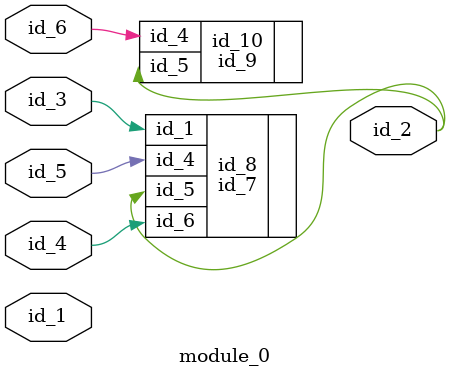
<source format=v>
module module_0 (
    id_1,
    id_2,
    id_3,
    id_4,
    id_5,
    id_6
);
  input id_6;
  input id_5;
  input id_4;
  input id_3;
  output id_2;
  input id_1;
  id_7 id_8 (
      .id_4(id_5),
      .id_6(id_4),
      .id_5(id_2),
      .id_1(id_3)
  );
  id_9 id_10 (
      .id_5(id_2),
      .id_4(id_6)
  );
endmodule

</source>
